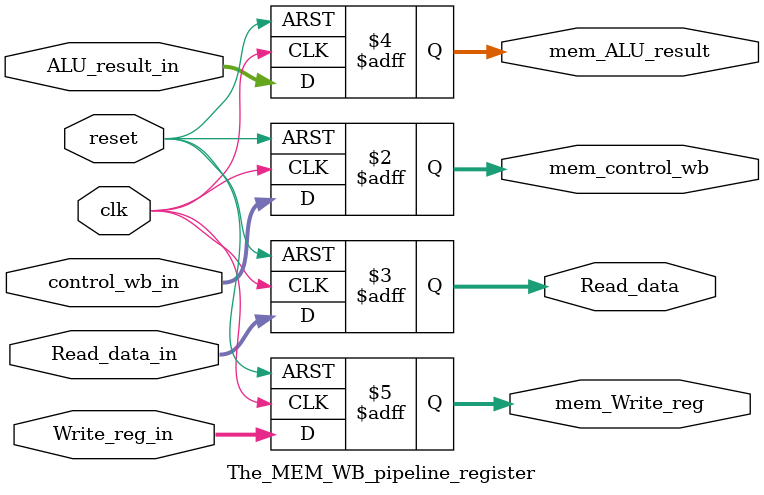
<source format=v>
`timescale 1ns / 1ps


module The_MEM_WB_pipeline_register(
    input clk,
    input reset,
    input [1:0] control_wb_in,
    input [31:0] Read_data_in,
    input [31:0] ALU_result_in,
    input [4:0] Write_reg_in,
    output reg [1:0] mem_control_wb,
    output reg [31:0] Read_data,
    output reg [31:0] mem_ALU_result,
    output reg [4:0] mem_Write_reg
    );

    always @(posedge clk or posedge reset) begin
        if (reset) begin
            mem_control_wb <= 2'b0;
            Read_data <= 32'b0;
            mem_ALU_result <= 32'b0;
            mem_Write_reg <= 5'b0;
        end else begin
            mem_control_wb <= control_wb_in;
            Read_data <= Read_data_in;
            mem_ALU_result <= ALU_result_in;
            mem_Write_reg <= Write_reg_in;
        end
    end

endmodule

</source>
